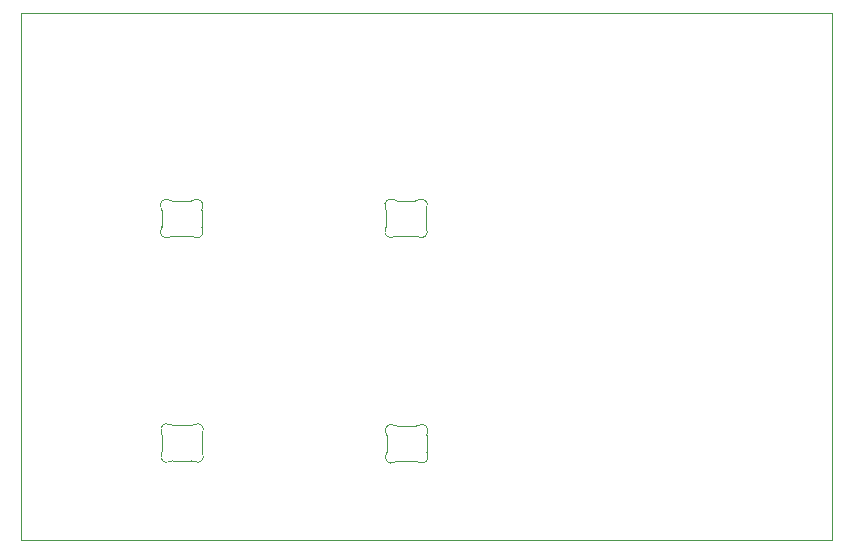
<source format=gm1>
%TF.GenerationSoftware,KiCad,Pcbnew,9.0.7*%
%TF.CreationDate,2026-01-25T00:35:14+11:00*%
%TF.ProjectId,HackPad!,4861636b-5061-4642-912e-6b696361645f,rev?*%
%TF.SameCoordinates,Original*%
%TF.FileFunction,Profile,NP*%
%FSLAX46Y46*%
G04 Gerber Fmt 4.6, Leading zero omitted, Abs format (unit mm)*
G04 Created by KiCad (PCBNEW 9.0.7) date 2026-01-25 00:35:14*
%MOMM*%
%LPD*%
G01*
G04 APERTURE LIST*
%TA.AperFunction,Profile*%
%ADD10C,0.050000*%
%TD*%
%TA.AperFunction,Profile*%
%ADD11C,0.100000*%
%TD*%
G04 APERTURE END LIST*
D10*
X86375000Y-59100000D02*
X155100000Y-59100000D01*
X155100000Y-103675000D01*
X86375000Y-103675000D01*
X86375000Y-59100000D01*
D11*
%TO.C,D2*%
X98312501Y-77205342D02*
X98312501Y-75799658D01*
X99218048Y-75002500D02*
X100806952Y-75002500D01*
X100806952Y-78002499D02*
X99218047Y-78002499D01*
X101712499Y-75799658D02*
X101712499Y-77205342D01*
X98263016Y-75582780D02*
G75*
G02*
X98312501Y-75799658I-450505J-216876D01*
G01*
X98263016Y-75582781D02*
G75*
G02*
X98965789Y-74934201I450514J216880D01*
G01*
X98312501Y-77205343D02*
G75*
G02*
X98263016Y-77422220I-499990J-1D01*
G01*
X98965789Y-78070798D02*
G75*
G02*
X98263017Y-77422220I-252258J431700D01*
G01*
X98965789Y-78070798D02*
G75*
G02*
X99218047Y-78002499I252261J-431710D01*
G01*
X99218048Y-75002500D02*
G75*
G02*
X98965789Y-74934201I2J500009D01*
G01*
X100806953Y-78002500D02*
G75*
G02*
X101059211Y-78070799I-3J-500010D01*
G01*
X101059210Y-74934201D02*
G75*
G02*
X100806952Y-75002499I-252260J431711D01*
G01*
X101059211Y-74934203D02*
G75*
G02*
X101761981Y-75582779I252259J-431697D01*
G01*
X101712499Y-75799657D02*
G75*
G02*
X101761985Y-75582781I499991J-3D01*
G01*
X101761984Y-77422220D02*
G75*
G02*
X101059210Y-78070800I-450514J-216880D01*
G01*
X101761984Y-77422220D02*
G75*
G02*
X101712481Y-77205342I450516J216920D01*
G01*
%TO.C,D3*%
X117362501Y-96270342D02*
X117362501Y-94864658D01*
X118268048Y-94067500D02*
X119856952Y-94067500D01*
X119856952Y-97067499D02*
X118268047Y-97067499D01*
X120762499Y-94864658D02*
X120762499Y-96270342D01*
X117313016Y-94647780D02*
G75*
G02*
X117362501Y-94864658I-450505J-216876D01*
G01*
X117313016Y-94647781D02*
G75*
G02*
X118015789Y-93999201I450514J216880D01*
G01*
X117362501Y-96270343D02*
G75*
G02*
X117313016Y-96487220I-499990J-1D01*
G01*
X118015789Y-97135798D02*
G75*
G02*
X117313017Y-96487220I-252258J431700D01*
G01*
X118015789Y-97135798D02*
G75*
G02*
X118268047Y-97067499I252261J-431710D01*
G01*
X118268048Y-94067500D02*
G75*
G02*
X118015789Y-93999201I2J500009D01*
G01*
X119856953Y-97067500D02*
G75*
G02*
X120109211Y-97135799I-3J-500010D01*
G01*
X120109210Y-93999201D02*
G75*
G02*
X119856952Y-94067499I-252260J431711D01*
G01*
X120109211Y-93999203D02*
G75*
G02*
X120811981Y-94647779I252259J-431697D01*
G01*
X120762499Y-94864657D02*
G75*
G02*
X120811985Y-94647781I499991J-3D01*
G01*
X120811984Y-96487220D02*
G75*
G02*
X120109210Y-97135800I-450514J-216880D01*
G01*
X120811984Y-96487220D02*
G75*
G02*
X120762481Y-96270342I450516J216920D01*
G01*
%TO.C,D1*%
X117312501Y-77180342D02*
X117312501Y-75774658D01*
X118218048Y-74977500D02*
X119806952Y-74977500D01*
X119806952Y-77977499D02*
X118218047Y-77977499D01*
X120712499Y-75774658D02*
X120712499Y-77180342D01*
X117263016Y-75557780D02*
G75*
G02*
X117312501Y-75774658I-450505J-216876D01*
G01*
X117263016Y-75557781D02*
G75*
G02*
X117965789Y-74909201I450514J216880D01*
G01*
X117312501Y-77180343D02*
G75*
G02*
X117263016Y-77397220I-499990J-1D01*
G01*
X117965789Y-78045798D02*
G75*
G02*
X117263017Y-77397220I-252258J431700D01*
G01*
X117965789Y-78045798D02*
G75*
G02*
X118218047Y-77977499I252261J-431710D01*
G01*
X118218048Y-74977500D02*
G75*
G02*
X117965789Y-74909201I2J500009D01*
G01*
X119806953Y-77977500D02*
G75*
G02*
X120059211Y-78045799I-3J-500010D01*
G01*
X120059210Y-74909201D02*
G75*
G02*
X119806952Y-74977499I-252260J431711D01*
G01*
X120059211Y-74909203D02*
G75*
G02*
X120761981Y-75557779I252259J-431697D01*
G01*
X120712499Y-75774657D02*
G75*
G02*
X120761985Y-75557781I499991J-3D01*
G01*
X120761984Y-77397220D02*
G75*
G02*
X120059210Y-78045800I-450514J-216880D01*
G01*
X120761984Y-77397220D02*
G75*
G02*
X120712481Y-77180342I450516J216920D01*
G01*
%TO.C,D4*%
X98350001Y-96207842D02*
X98350001Y-94802158D01*
X99255548Y-94005000D02*
X100844452Y-94005000D01*
X100844452Y-97004999D02*
X99255547Y-97004999D01*
X101749999Y-94802158D02*
X101749999Y-96207842D01*
X98300516Y-94585280D02*
G75*
G02*
X98350001Y-94802158I-450505J-216876D01*
G01*
X98300516Y-94585281D02*
G75*
G02*
X99003289Y-93936701I450514J216880D01*
G01*
X98350001Y-96207843D02*
G75*
G02*
X98300516Y-96424720I-499990J-1D01*
G01*
X99003289Y-97073298D02*
G75*
G02*
X98300517Y-96424720I-252258J431700D01*
G01*
X99003289Y-97073298D02*
G75*
G02*
X99255547Y-97004999I252261J-431710D01*
G01*
X99255548Y-94005000D02*
G75*
G02*
X99003289Y-93936701I2J500009D01*
G01*
X100844453Y-97005000D02*
G75*
G02*
X101096711Y-97073299I-3J-500010D01*
G01*
X101096710Y-93936701D02*
G75*
G02*
X100844452Y-94004999I-252260J431711D01*
G01*
X101096711Y-93936703D02*
G75*
G02*
X101799481Y-94585279I252259J-431697D01*
G01*
X101749999Y-94802157D02*
G75*
G02*
X101799485Y-94585281I499991J-3D01*
G01*
X101799484Y-96424720D02*
G75*
G02*
X101096710Y-97073300I-450514J-216880D01*
G01*
X101799484Y-96424720D02*
G75*
G02*
X101749981Y-96207842I450516J216920D01*
G01*
%TD*%
M02*

</source>
